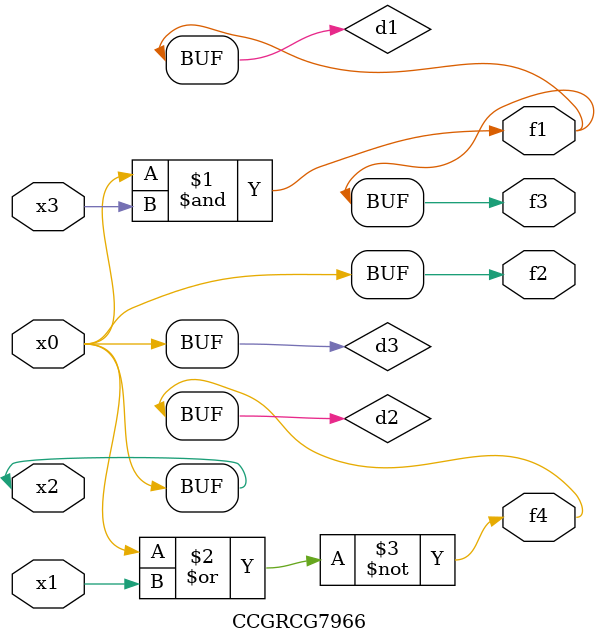
<source format=v>
module CCGRCG7966(
	input x0, x1, x2, x3,
	output f1, f2, f3, f4
);

	wire d1, d2, d3;

	and (d1, x2, x3);
	nor (d2, x0, x1);
	buf (d3, x0, x2);
	assign f1 = d1;
	assign f2 = d3;
	assign f3 = d1;
	assign f4 = d2;
endmodule

</source>
